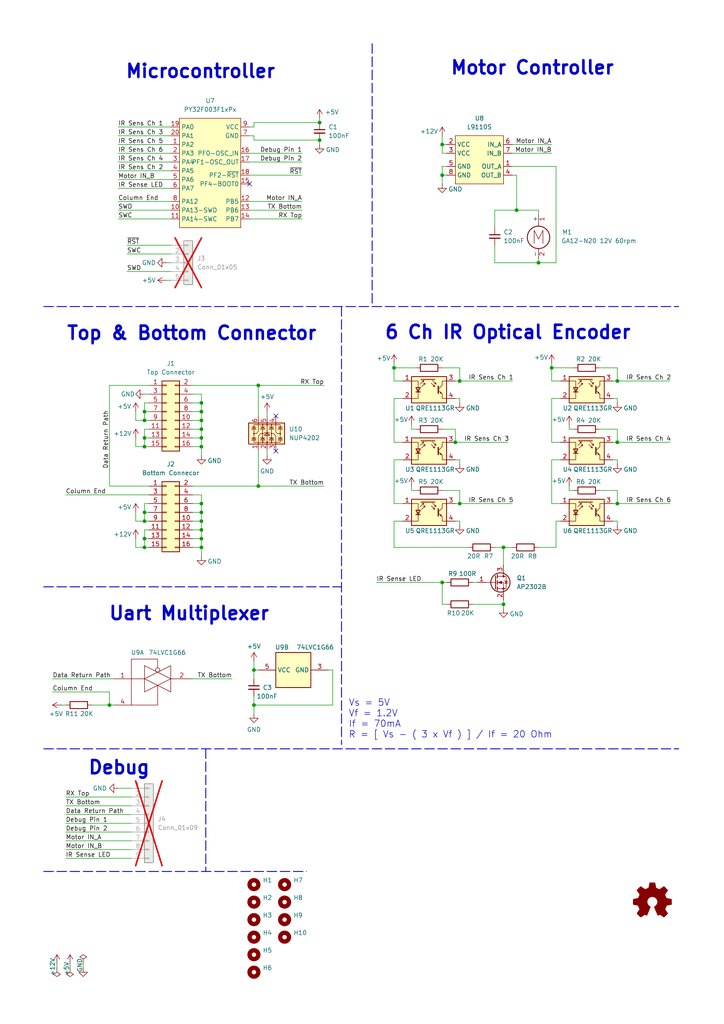
<source format=kicad_sch>
(kicad_sch (version 20231120) (generator "eeschema") (generator_version "8.0")
  (paper "A4" portrait)
  (title_block (title "Side Panel") (date "${DATE}") (rev "4.3.0") (company "OpenFlap") (comment 1 "${GIT_TAG}") (comment 2 "Repo: github.com/ToonVanEyck/OpenFlap") (comment 3 "Designer: Toon Van Eyck"))
  (lib_symbols
    (symbol "74xGxx:74LVC1G66"
      (property "Reference" "U" (at 2.54 7.62 0))
      (property "Value" "74LVC1G66" (at 7.62 -7.62 0))
      (symbol "74LVC1G66_1_1"
        (pin bidirectional line (at -12.7 0 0) (length 5.08) (name "~") (number "1"))
        (pin bidirectional line (at 10.16 0 180) (length 6.35) (name "~") (number "2"))
        (pin input line (at -12.7 -7.62 0) (length 5.08) (name "~") (number "4"))
      )
      (symbol "74LVC1G66_2_1"
        (pin power_in line (at 0 -10.16 90) (length 5.08) (name "GND") (number "3"))
        (pin power_in line (at 0 10.16 270) (length 5.08) (name "VCC") (number "5"))
      )
    )
    (symbol "Connector_Generic:Conn_01x05" (pin_names (offset 1.016) hide)
      (property "Reference" "J" (at 0 7.62 0))
      (property "Value" "Conn_01x05" (at 0 -7.62 0))
      (symbol "Conn_01x05_1_1"
        (pin passive line (at -5.08 5.08 0) (length 3.81) (name "Pin_1") (number "1"))
        (pin passive line (at -5.08 2.54 0) (length 3.81) (name "Pin_2") (number "2"))
        (pin passive line (at -5.08 0 0) (length 3.81) (name "Pin_3") (number "3"))
        (pin passive line (at -5.08 -2.54 0) (length 3.81) (name "Pin_4") (number "4"))
        (pin passive line (at -5.08 -5.08 0) (length 3.81) (name "Pin_5") (number "5"))
      )
    )
    (symbol "Connector_Generic:Conn_01x09" (pin_names (offset 1.016) hide)
      (property "Reference" "J" (at 0 12.7 0))
      (property "Value" "Conn_01x09" (at 0 -12.7 0))
      (symbol "Conn_01x09_1_1"
        (pin passive line (at -5.08 10.16 0) (length 3.81) (name "Pin_1") (number "1"))
        (pin passive line (at -5.08 7.62 0) (length 3.81) (name "Pin_2") (number "2"))
        (pin passive line (at -5.08 5.08 0) (length 3.81) (name "Pin_3") (number "3"))
        (pin passive line (at -5.08 2.54 0) (length 3.81) (name "Pin_4") (number "4"))
        (pin passive line (at -5.08 0 0) (length 3.81) (name "Pin_5") (number "5"))
        (pin passive line (at -5.08 -2.54 0) (length 3.81) (name "Pin_6") (number "6"))
        (pin passive line (at -5.08 -5.08 0) (length 3.81) (name "Pin_7") (number "7"))
        (pin passive line (at -5.08 -7.62 0) (length 3.81) (name "Pin_8") (number "8"))
        (pin passive line (at -5.08 -10.16 0) (length 3.81) (name "Pin_9") (number "9"))
      )
    )
    (symbol "Connector_Generic:Conn_02x08_Odd_Even" (pin_names (offset 1.016) hide)
      (property "Reference" "J" (at 1.27 10.16 0))
      (property "Value" "Conn_02x08_Odd_Even" (at 1.27 -12.7 0))
      (symbol "Conn_02x08_Odd_Even_1_1"
        (pin passive line (at -5.08 7.62 0) (length 3.81) (name "Pin_1") (number "1"))
        (pin passive line (at 7.62 -2.54 180) (length 3.81) (name "Pin_10") (number "10"))
        (pin passive line (at -5.08 -5.08 0) (length 3.81) (name "Pin_11") (number "11"))
        (pin passive line (at 7.62 -5.08 180) (length 3.81) (name "Pin_12") (number "12"))
        (pin passive line (at -5.08 -7.62 0) (length 3.81) (name "Pin_13") (number "13"))
        (pin passive line (at 7.62 -7.62 180) (length 3.81) (name "Pin_14") (number "14"))
        (pin passive line (at -5.08 -10.16 0) (length 3.81) (name "Pin_15") (number "15"))
        (pin passive line (at 7.62 -10.16 180) (length 3.81) (name "Pin_16") (number "16"))
        (pin passive line (at 7.62 7.62 180) (length 3.81) (name "Pin_2") (number "2"))
        (pin passive line (at -5.08 5.08 0) (length 3.81) (name "Pin_3") (number "3"))
        (pin passive line (at 7.62 5.08 180) (length 3.81) (name "Pin_4") (number "4"))
        (pin passive line (at -5.08 2.54 0) (length 3.81) (name "Pin_5") (number "5"))
        (pin passive line (at 7.62 2.54 180) (length 3.81) (name "Pin_6") (number "6"))
        (pin passive line (at -5.08 0 0) (length 3.81) (name "Pin_7") (number "7"))
        (pin passive line (at 7.62 0 180) (length 3.81) (name "Pin_8") (number "8"))
        (pin passive line (at -5.08 -2.54 0) (length 3.81) (name "Pin_9") (number "9"))
      )
    )
    (symbol "Device:C_Small" (pin_numbers hide) (pin_names (offset 0.254) hide)
      (property "Reference" "C" (at 0.254 1.778 0))
      (property "Value" "C_Small" (at 0.254 -2.032 0))
      (symbol "C_Small_1_1"
        (pin passive line (at 0 2.54 270) (length 2.032) (name "~") (number "1"))
        (pin passive line (at 0 -2.54 90) (length 2.032) (name "~") (number "2"))
      )
    )
    (symbol "Device:Q_NMOS_GSD" (pin_names (offset 0) hide)
      (property "Reference" "Q1" (at 6.35 1.27 0))
      (property "Value" "AP2302B" (at 6.35 -1.27 0))
      (symbol "Q_NMOS_GSD_1_1"
        (pin input line (at -5.08 0 0) (length 2.54) (name "G") (number "1"))
        (pin passive line (at 2.54 -5.08 90) (length 2.54) (name "S") (number "2"))
        (pin passive line (at 2.54 5.08 270) (length 2.54) (name "D") (number "3"))
      )
    )
    (symbol "Device:R" (pin_numbers hide) (pin_names (offset 0))
      (property "Reference" "R" (at 2.032 0 90))
      (property "Value" "R" (at 0 0 90))
      (symbol "R_1_1"
        (pin passive line (at 0 3.81 270) (length 1.27) (name "~") (number "1"))
        (pin passive line (at 0 -3.81 90) (length 1.27) (name "~") (number "2"))
      )
    )
    (symbol "Graphic:Logo_Open_Hardware_Small" (in_bom no) (on_board no))
    (symbol "L9110S:L9110S"
      (property "Reference" "U" (at -5.588 8.89 0))
      (property "Value" "L9110S" (at 4.572 8.89 0))
      (symbol "L9110S_1_1"
        (pin output line (at 10.16 -1.27 180) (length 2.54) (name "OUT_A") (number "1"))
        (pin power_in line (at -8.89 5.08 0) (length 2.54) (name "VCC") (number "2"))
        (pin power_in line (at -8.89 2.54 0) (length 2.54) (name "VCC") (number "3"))
        (pin output line (at 10.16 -3.81 180) (length 2.54) (name "OUT_B") (number "4"))
        (pin power_in line (at -8.89 -1.27 0) (length 2.54) (name "GND") (number "5"))
        (pin input line (at 10.16 5.08 180) (length 2.54) (name "IN_A") (number "6"))
        (pin input line (at 10.16 2.54 180) (length 2.54) (name "IN_B") (number "7"))
        (pin power_in line (at -8.89 -3.81 0) (length 2.54) (name "GND") (number "8"))
      )
    )
    (symbol "Mechanical:MountingHole" (pin_names (offset 1.016)) (exclude_from_sim yes) (in_bom no)
      (property "Reference" "H" (at 0 5.08 0))
      (property "Value" "MountingHole" (at 0 3.175 0))
    )
    (symbol "Motor:Motor_DC" (pin_names (offset 0))
      (property "Reference" "M" (at 2.54 2.54 0))
      (property "Value" "Motor_DC" (at 2.54 -5.08 0))
      (symbol "Motor_DC_1_1"
        (pin passive line (at 0 5.08 270) (length 2.54) (name "+") (number "1"))
        (pin passive line (at 0 -7.62 90) (length 2.54) (name "-") (number "2"))
      )
    )
    (symbol "Power_Protection:NUP4202"
      (property "Reference" "U" (at -6.985 -2.54 0))
      (property "Value" "NUP4202" (at 6.35 1.27 90))
      (symbol "NUP4202_1_1"
        (pin passive line (at -2.54 -5.08 90) (length 2.54) (name "~") (number "1"))
        (pin passive line (at 0 -5.08 90) (length 2.54) (name "~") (number "2"))
        (pin passive line (at 2.54 -5.08 90) (length 2.54) (name "~") (number "3"))
        (pin passive line (at 2.54 5.08 270) (length 2.54) (name "~") (number "4"))
        (pin passive line (at 0 5.08 270) (length 2.54) (name "~") (number "5"))
        (pin passive line (at -2.54 5.08 270) (length 2.54) (name "~") (number "6"))
      )
    )
    (symbol "QRE1113GR_1" (pin_names (offset 0.0254) hide)
      (property "Reference" "U6" (at -5.588 -5.334 0))
      (property "Value" "QRE1113GR" (at 1.778 -5.334 0))
      (symbol "QRE1113GR_1_1_1"
        (pin passive line (at -7.62 2.54 0) (length 2.54) (name "A") (number "1"))
        (pin passive line (at -7.62 -2.54 0) (length 2.54) (name "K") (number "2"))
        (pin open_collector line (at 7.62 2.54 180) (length 2.54) (name "~") (number "3"))
        (pin passive line (at 7.62 -2.54 180) (length 2.54) (name "~") (number "4"))
      )
    )
    (symbol "Sensor_Proximity:QRE1113GR" (pin_names (offset 0.0254) hide)
      (property "Reference" "U1" (at -5.588 -5.334 0))
      (property "Value" "QRE1113GR" (at 1.778 -5.334 0))
      (symbol "QRE1113GR_1_1"
        (pin passive line (at -7.62 2.54 0) (length 2.54) (name "A") (number "1"))
        (pin passive line (at -7.62 -2.54 0) (length 2.54) (name "K") (number "2"))
        (pin open_collector line (at 7.62 2.54 180) (length 2.54) (name "~") (number "3"))
        (pin passive line (at 7.62 -2.54 180) (length 2.54) (name "~") (number "4"))
      )
    )
    (symbol "power:+12V" (power) (pin_numbers hide) (pin_names (offset 0) hide)
      (property "Value" "+12V" (at 0 3.556 0))
      (symbol "+12V_1_1"
        (pin power_in line (at 0 0 90) (length 0) (name "~") (number "1"))
      )
    )
    (symbol "power:+5V" (power) (pin_numbers hide) (pin_names (offset 0) hide)
      (property "Value" "+5V" (at 0 3.556 0))
      (symbol "+5V_1_1"
        (pin power_in line (at 0 0 90) (length 0) (name "~") (number "1"))
      )
    )
    (symbol "power:GND" (power) (pin_numbers hide) (pin_names (offset 0) hide)
      (property "Value" "GND" (at 0 -3.81 0))
      (symbol "GND_1_1"
        (pin power_in line (at 0 0 270) (length 0) (name "~") (number "1"))
      )
    )
    (symbol "power:PWR_FLAG" (power) (pin_numbers hide) (pin_names (offset 0) hide)
      (property "Value" "PWR_FLAG" (at 0 3.81 0))
      (symbol "PWR_FLAG_0_0"
        (pin power_out line (at 0 0 90) (length 0) (name "~") (number "1"))
      )
    )
    (symbol "puya:PY32F003F1xPx"
      (property "Reference" "U" (at -7.62 16.256 0))
      (property "Value" "PY32F003F1xPx" (at 7.366 16.256 0))
      (symbol "PY32F003F1xPx_1_1"
        (pin bidirectional line (at -11.43 7.62 0) (length 2.54) (name "PA2") (number "1"))
        (pin bidirectional line (at -11.43 -11.43 0) (length 2.54) (name "PA13-SWD") (number "10"))
        (pin bidirectional line (at -11.43 -13.97 0) (length 2.54) (name "PA14-SWC") (number "11"))
        (pin bidirectional line (at 11.43 -8.89 180) (length 2.54) (name "PB5") (number "12"))
        (pin bidirectional line (at 11.43 -11.43 180) (length 2.54) (name "PB6") (number "13"))
        (pin bidirectional line (at 11.43 -13.97 180) (length 2.54) (name "PB7") (number "14"))
        (pin bidirectional line (at 11.43 -3.81 180) (length 2.54) (name "PF4-BOOT0") (number "15"))
        (pin bidirectional line (at 11.43 5.08 180) (length 2.54) (name "PF0-OSC_IN") (number "16"))
        (pin bidirectional line (at 11.43 2.54 180) (length 2.54) (name "PF1-OSC_OUT") (number "17"))
        (pin bidirectional line (at 11.43 -1.27 180) (length 2.54) (name "PF2-~{RST}") (number "18"))
        (pin bidirectional line (at -11.43 12.7 0) (length 2.54) (name "PA0") (number "19"))
        (pin bidirectional line (at -11.43 5.08 0) (length 2.54) (name "PA3") (number "2"))
        (pin bidirectional line (at -11.43 10.16 0) (length 2.54) (name "PA1") (number "20"))
        (pin bidirectional line (at -11.43 2.54 0) (length 2.54) (name "PA4") (number "3"))
        (pin bidirectional line (at -11.43 0 0) (length 2.54) (name "PA5") (number "4"))
        (pin bidirectional line (at -11.43 -2.54 0) (length 2.54) (name "PA6") (number "5"))
        (pin bidirectional line (at -11.43 -5.08 0) (length 2.54) (name "PA7") (number "6"))
        (pin power_in line (at 11.43 10.16 180) (length 2.54) (name "GND") (number "7"))
        (pin bidirectional line (at -11.43 -8.89 0) (length 2.54) (name "PA12") (number "8"))
        (pin power_in line (at 11.43 12.7 180) (length 2.54) (name "VCC") (number "9"))
      )
    )
  )
  (junction (at 58.42 146.05))
  (junction (at 58.42 119.38))
  (junction (at 41.91 156.21))
  (junction (at 160.02 106.68))
  (junction (at 146.05 158.75))
  (junction (at 41.91 119.38))
  (junction (at 41.91 158.75))
  (junction (at 58.42 156.21))
  (junction (at 132.08 128.27))
  (junction (at 58.42 153.67))
  (junction (at 92.71 40.64))
  (junction (at 73.66 204.47))
  (junction (at 41.91 151.13))
  (junction (at 58.42 127))
  (junction (at 41.91 127))
  (junction (at 128.27 41.91))
  (junction (at 58.42 158.75))
  (junction (at 58.42 129.54))
  (junction (at 179.07 146.05))
  (junction (at 146.05 175.26))
  (junction (at 128.27 50.8))
  (junction (at 133.35 146.05))
  (junction (at 74.93 140.97))
  (junction (at 41.91 129.54))
  (junction (at 58.42 151.13))
  (junction (at 179.07 128.27))
  (junction (at 58.42 124.46))
  (junction (at 114.3 106.68))
  (junction (at 58.42 121.92))
  (junction (at 156.21 76.2))
  (junction (at 31.75 204.47))
  (junction (at 74.93 111.76))
  (junction (at 41.91 148.59))
  (junction (at 73.66 194.31))
  (junction (at 179.07 110.49))
  (junction (at 58.42 116.84))
  (junction (at 92.71 35.56))
  (junction (at 58.42 148.59))
  (junction (at 128.27 168.91))
  (junction (at 133.35 110.49))
  (junction (at 149.86 60.96))
  (junction (at 41.91 121.92))
  (no_connect (at 80.01 120.65))
  (no_connect (at 80.01 130.81))
  (no_connect (at 72.39 53.34))
  (wire (pts (xy 41.91 153.67) (xy 41.91 156.21)))
  (wire (pts (xy 162.56 128.27) (xy 160.02 128.27)))
  (wire (pts (xy 156.21 62.23) (xy 156.21 60.96)))
  (wire (pts (xy 17.78 204.47) (xy 19.05 204.47)))
  (wire (pts (xy 73.66 39.37) (xy 73.66 40.64)))
  (wire (pts (xy 74.93 140.97) (xy 93.98 140.97)))
  (wire (pts (xy 58.42 116.84) (xy 58.42 119.38)))
  (wire (pts (xy 31.75 200.66) (xy 31.75 204.47)))
  (wire (pts (xy 34.29 49.53) (xy 49.53 49.53)))
  (wire (pts (xy 114.3 115.57) (xy 114.3 128.27)))
  (wire (pts (xy 128.27 48.26) (xy 128.27 50.8)))
  (wire (pts (xy 132.08 146.05) (xy 133.35 146.05)))
  (wire (pts (xy 41.91 148.59) (xy 43.18 148.59)))
  (wire (pts (xy 133.35 151.13) (xy 133.35 152.4)))
  (wire (pts (xy 58.42 158.75) (xy 58.42 161.29)))
  (wire (pts (xy 58.42 119.38) (xy 58.42 121.92)))
  (polyline (pts (xy 12.7 88.9) (xy 196.85 88.9)) (stroke (width 0.254) (type dash)))
  (wire (pts (xy 73.66 194.31) (xy 74.93 194.31)))
  (wire (pts (xy 173.99 124.46) (xy 179.07 124.46)))
  (wire (pts (xy 92.71 40.64) (xy 92.71 41.91)))
  (wire (pts (xy 58.42 151.13) (xy 58.42 153.67)))
  (wire (pts (xy 161.29 151.13) (xy 162.56 151.13)))
  (wire (pts (xy 72.39 50.8) (xy 87.63 50.8)))
  (wire (pts (xy 39.37 129.54) (xy 41.91 129.54)))
  (wire (pts (xy 19.05 241.3) (xy 38.1 241.3)))
  (wire (pts (xy 73.66 191.77) (xy 73.66 194.31)))
  (wire (pts (xy 36.83 73.66) (xy 49.53 73.66)))
  (wire (pts (xy 114.3 133.35) (xy 116.84 133.35)))
  (polyline (pts (xy 12.7 217.17) (xy 196.85 217.17)) (stroke (width 0.254) (type dash)))
  (wire (pts (xy 128.27 41.91) (xy 128.27 44.45)))
  (wire (pts (xy 95.25 194.31) (xy 96.52 194.31)))
  (wire (pts (xy 55.88 156.21) (xy 58.42 156.21)))
  (wire (pts (xy 48.26 76.2) (xy 49.53 76.2)))
  (wire (pts (xy 146.05 163.83) (xy 146.05 158.75)))
  (wire (pts (xy 160.02 133.35) (xy 162.56 133.35)))
  (wire (pts (xy 72.39 63.5) (xy 87.63 63.5)))
  (wire (pts (xy 39.37 158.75) (xy 41.91 158.75)))
  (wire (pts (xy 132.08 124.46) (xy 132.08 128.27)))
  (wire (pts (xy 58.42 129.54) (xy 55.88 129.54)))
  (wire (pts (xy 161.29 76.2) (xy 156.21 76.2)))
  (wire (pts (xy 128.27 175.26) (xy 128.27 168.91)))
  (wire (pts (xy 34.29 58.42) (xy 49.53 58.42)))
  (wire (pts (xy 34.29 52.07) (xy 49.53 52.07)))
  (wire (pts (xy 160.02 105.41) (xy 160.02 106.68)))
  (wire (pts (xy 109.22 168.91) (xy 128.27 168.91)))
  (wire (pts (xy 19.05 236.22) (xy 38.1 236.22)))
  (wire (pts (xy 128.27 50.8) (xy 129.54 50.8)))
  (polyline (pts (xy 12.7 252.73) (xy 88.9 252.73)) (stroke (width 0.254) (type dash)))
  (wire (pts (xy 19.05 143.51) (xy 43.18 143.51)))
  (wire (pts (xy 43.18 151.13) (xy 41.91 151.13)))
  (wire (pts (xy 31.75 111.76) (xy 31.75 140.97)))
  (wire (pts (xy 177.8 133.35) (xy 179.07 133.35)))
  (wire (pts (xy 173.99 106.68) (xy 179.07 106.68)))
  (wire (pts (xy 161.29 48.26) (xy 161.29 76.2)))
  (wire (pts (xy 162.56 146.05) (xy 160.02 146.05)))
  (wire (pts (xy 74.93 130.81) (xy 74.93 140.97)))
  (wire (pts (xy 160.02 115.57) (xy 160.02 128.27)))
  (wire (pts (xy 77.47 119.38) (xy 77.47 120.65)))
  (wire (pts (xy 116.84 128.27) (xy 114.3 128.27)))
  (wire (pts (xy 179.07 115.57) (xy 179.07 116.84)))
  (wire (pts (xy 143.51 60.96) (xy 149.86 60.96)))
  (wire (pts (xy 36.83 78.74) (xy 49.53 78.74)))
  (polyline (pts (xy 107.95 12.7) (xy 107.95 88.9)) (stroke (width 0.254) (type dash)))
  (wire (pts (xy 41.91 114.3) (xy 43.18 114.3)))
  (wire (pts (xy 41.91 127) (xy 43.18 127)))
  (wire (pts (xy 177.8 128.27) (xy 179.07 128.27)))
  (wire (pts (xy 129.54 175.26) (xy 128.27 175.26)))
  (wire (pts (xy 41.91 116.84) (xy 41.91 119.38)))
  (wire (pts (xy 55.88 146.05) (xy 58.42 146.05)))
  (wire (pts (xy 92.71 34.29) (xy 92.71 35.56)))
  (wire (pts (xy 55.88 121.92) (xy 58.42 121.92)))
  (wire (pts (xy 41.91 148.59) (xy 41.91 151.13)))
  (wire (pts (xy 72.39 44.45) (xy 87.63 44.45)))
  (wire (pts (xy 146.05 158.75) (xy 148.59 158.75)))
  (wire (pts (xy 34.29 228.6) (xy 38.1 228.6)))
  (wire (pts (xy 73.66 204.47) (xy 73.66 207.01)))
  (wire (pts (xy 58.42 158.75) (xy 55.88 158.75)))
  (wire (pts (xy 20.32 279.4) (xy 20.32 280.67)))
  (wire (pts (xy 36.83 71.12) (xy 49.53 71.12)))
  (wire (pts (xy 179.07 146.05) (xy 194.31 146.05)))
  (wire (pts (xy 132.08 128.27) (xy 147.32 128.27)))
  (wire (pts (xy 58.42 121.92) (xy 58.42 124.46)))
  (wire (pts (xy 179.07 142.24) (xy 179.07 146.05)))
  (wire (pts (xy 58.42 146.05) (xy 58.42 148.59)))
  (wire (pts (xy 34.29 54.61) (xy 49.53 54.61)))
  (wire (pts (xy 133.35 110.49) (xy 148.59 110.49)))
  (wire (pts (xy 58.42 153.67) (xy 58.42 156.21)))
  (wire (pts (xy 156.21 76.2) (xy 156.21 74.93)))
  (wire (pts (xy 58.42 148.59) (xy 58.42 151.13)))
  (wire (pts (xy 31.75 204.47) (xy 33.02 204.47)))
  (wire (pts (xy 179.07 151.13) (xy 179.07 152.4)))
  (wire (pts (xy 55.88 127) (xy 58.42 127)))
  (wire (pts (xy 161.29 158.75) (xy 156.21 158.75)))
  (wire (pts (xy 73.66 204.47) (xy 96.52 204.47)))
  (wire (pts (xy 128.27 168.91) (xy 129.54 168.91)))
  (wire (pts (xy 128.27 106.68) (xy 133.35 106.68)))
  (wire (pts (xy 48.26 81.28) (xy 49.53 81.28)))
  (wire (pts (xy 129.54 44.45) (xy 128.27 44.45)))
  (wire (pts (xy 114.3 105.41) (xy 114.3 106.68)))
  (wire (pts (xy 132.08 151.13) (xy 133.35 151.13)))
  (wire (pts (xy 160.02 133.35) (xy 160.02 146.05)))
  (wire (pts (xy 73.66 201.93) (xy 73.66 204.47)))
  (wire (pts (xy 55.88 111.76) (xy 74.93 111.76)))
  (wire (pts (xy 31.75 111.76) (xy 43.18 111.76)))
  (wire (pts (xy 58.42 127) (xy 58.42 129.54)))
  (wire (pts (xy 156.21 60.96) (xy 149.86 60.96)))
  (wire (pts (xy 135.89 158.75) (xy 114.3 158.75)))
  (wire (pts (xy 73.66 40.64) (xy 92.71 40.64)))
  (wire (pts (xy 179.07 133.35) (xy 179.07 134.62)))
  (wire (pts (xy 165.1 124.46) (xy 165.1 123.19)))
  (wire (pts (xy 55.88 196.85) (xy 67.31 196.85)))
  (wire (pts (xy 55.88 114.3) (xy 58.42 114.3)))
  (wire (pts (xy 160.02 106.68) (xy 160.02 110.49)))
  (wire (pts (xy 24.13 279.4) (xy 24.13 280.67)))
  (wire (pts (xy 55.88 140.97) (xy 74.93 140.97)))
  (wire (pts (xy 162.56 110.49) (xy 160.02 110.49)))
  (wire (pts (xy 58.42 129.54) (xy 58.42 132.08)))
  (wire (pts (xy 43.18 158.75) (xy 41.91 158.75)))
  (wire (pts (xy 55.88 148.59) (xy 58.42 148.59)))
  (wire (pts (xy 166.37 142.24) (xy 165.1 142.24)))
  (wire (pts (xy 148.59 48.26) (xy 161.29 48.26)))
  (polyline (pts (xy 99.06 88.9) (xy 99.06 215.9)) (stroke (width 0.254) (type dash)))
  (wire (pts (xy 19.05 231.14) (xy 38.1 231.14)))
  (wire (pts (xy 43.18 140.97) (xy 31.75 140.97)))
  (wire (pts (xy 173.99 142.24) (xy 179.07 142.24)))
  (wire (pts (xy 148.59 44.45) (xy 160.02 44.45)))
  (wire (pts (xy 114.3 151.13) (xy 116.84 151.13)))
  (wire (pts (xy 120.65 106.68) (xy 114.3 106.68)))
  (wire (pts (xy 19.05 243.84) (xy 38.1 243.84)))
  (wire (pts (xy 73.66 36.83) (xy 72.39 36.83)))
  (wire (pts (xy 41.91 121.92) (xy 39.37 121.92)))
  (wire (pts (xy 177.8 110.49) (xy 179.07 110.49)))
  (wire (pts (xy 114.3 133.35) (xy 114.3 146.05)))
  (wire (pts (xy 26.67 204.47) (xy 31.75 204.47)))
  (wire (pts (xy 39.37 151.13) (xy 39.37 148.59)))
  (wire (pts (xy 149.86 60.96) (xy 149.86 50.8)))
  (wire (pts (xy 160.02 115.57) (xy 162.56 115.57)))
  (wire (pts (xy 41.91 158.75) (xy 41.91 156.21)))
  (wire (pts (xy 146.05 175.26) (xy 146.05 176.53)))
  (wire (pts (xy 146.05 158.75) (xy 143.51 158.75)))
  (polyline (pts (xy 59.69 217.17) (xy 59.69 252.73)) (stroke (width 0.254) (type dash)))
  (wire (pts (xy 34.29 63.5) (xy 49.53 63.5)))
  (wire (pts (xy 58.42 143.51) (xy 58.42 146.05)))
  (wire (pts (xy 133.35 115.57) (xy 133.35 116.84)))
  (wire (pts (xy 15.24 196.85) (xy 33.02 196.85)))
  (wire (pts (xy 116.84 146.05) (xy 114.3 146.05)))
  (wire (pts (xy 43.18 116.84) (xy 41.91 116.84)))
  (wire (pts (xy 177.8 151.13) (xy 179.07 151.13)))
  (wire (pts (xy 43.18 121.92) (xy 41.91 121.92)))
  (wire (pts (xy 179.07 106.68) (xy 179.07 110.49)))
  (wire (pts (xy 133.35 133.35) (xy 132.08 133.35)))
  (wire (pts (xy 34.29 44.45) (xy 49.53 44.45)))
  (wire (pts (xy 41.91 156.21) (xy 43.18 156.21)))
  (wire (pts (xy 74.93 111.76) (xy 93.98 111.76)))
  (wire (pts (xy 43.18 146.05) (xy 41.91 146.05)))
  (wire (pts (xy 128.27 39.37) (xy 128.27 41.91)))
  (wire (pts (xy 34.29 39.37) (xy 49.53 39.37)))
  (wire (pts (xy 128.27 41.91) (xy 129.54 41.91)))
  (wire (pts (xy 120.65 124.46) (xy 119.38 124.46)))
  (wire (pts (xy 148.59 41.91) (xy 160.02 41.91)))
  (wire (pts (xy 165.1 140.97) (xy 165.1 142.24)))
  (wire (pts (xy 34.29 60.96) (xy 49.53 60.96)))
  (wire (pts (xy 41.91 146.05) (xy 41.91 148.59)))
  (wire (pts (xy 41.91 124.46) (xy 41.91 127)))
  (wire (pts (xy 179.07 124.46) (xy 179.07 128.27)))
  (wire (pts (xy 72.39 46.99) (xy 87.63 46.99)))
  (wire (pts (xy 128.27 50.8) (xy 128.27 53.34)))
  (wire (pts (xy 129.54 48.26) (xy 128.27 48.26)))
  (wire (pts (xy 177.8 146.05) (xy 179.07 146.05)))
  (wire (pts (xy 116.84 110.49) (xy 114.3 110.49)))
  (wire (pts (xy 143.51 71.12) (xy 143.51 76.2)))
  (wire (pts (xy 19.05 248.92) (xy 38.1 248.92)))
  (wire (pts (xy 39.37 156.21) (xy 39.37 158.75)))
  (wire (pts (xy 114.3 115.57) (xy 116.84 115.57)))
  (wire (pts (xy 72.39 60.96) (xy 87.63 60.96)))
  (wire (pts (xy 119.38 140.97) (xy 119.38 142.24)))
  (wire (pts (xy 149.86 50.8) (xy 148.59 50.8)))
  (wire (pts (xy 55.88 151.13) (xy 58.42 151.13)))
  (wire (pts (xy 119.38 142.24) (xy 120.65 142.24)))
  (wire (pts (xy 39.37 121.92) (xy 39.37 119.38)))
  (wire (pts (xy 41.91 119.38) (xy 41.91 121.92)))
  (wire (pts (xy 114.3 158.75) (xy 114.3 151.13)))
  (wire (pts (xy 128.27 142.24) (xy 133.35 142.24)))
  (wire (pts (xy 43.18 153.67) (xy 41.91 153.67)))
  (wire (pts (xy 92.71 35.56) (xy 73.66 35.56)))
  (wire (pts (xy 132.08 110.49) (xy 133.35 110.49)))
  (wire (pts (xy 179.07 128.27) (xy 194.31 128.27)))
  (wire (pts (xy 72.39 58.42) (xy 87.63 58.42)))
  (wire (pts (xy 133.35 146.05) (xy 148.59 146.05)))
  (wire (pts (xy 19.05 246.38) (xy 38.1 246.38)))
  (wire (pts (xy 77.47 130.81) (xy 77.47 132.08)))
  (wire (pts (xy 74.93 111.76) (xy 74.93 120.65)))
  (wire (pts (xy 143.51 76.2) (xy 156.21 76.2)))
  (wire (pts (xy 137.16 168.91) (xy 138.43 168.91)))
  (wire (pts (xy 41.91 151.13) (xy 39.37 151.13)))
  (wire (pts (xy 55.88 143.51) (xy 58.42 143.51)))
  (wire (pts (xy 34.29 46.99) (xy 49.53 46.99)))
  (wire (pts (xy 55.88 116.84) (xy 58.42 116.84)))
  (wire (pts (xy 137.16 175.26) (xy 146.05 175.26)))
  (wire (pts (xy 133.35 142.24) (xy 133.35 146.05)))
  (wire (pts (xy 143.51 66.04) (xy 143.51 60.96)))
  (wire (pts (xy 58.42 124.46) (xy 58.42 127)))
  (wire (pts (xy 39.37 127) (xy 39.37 129.54)))
  (wire (pts (xy 55.88 119.38) (xy 58.42 119.38)))
  (wire (pts (xy 133.35 106.68) (xy 133.35 110.49)))
  (wire (pts (xy 41.91 129.54) (xy 41.91 127)))
  (wire (pts (xy 16.51 279.4) (xy 16.51 280.67)))
  (wire (pts (xy 119.38 123.19) (xy 119.38 124.46)))
  (wire (pts (xy 146.05 173.99) (xy 146.05 175.26)))
  (wire (pts (xy 43.18 124.46) (xy 41.91 124.46)))
  (wire (pts (xy 114.3 106.68) (xy 114.3 110.49)))
  (wire (pts (xy 132.08 115.57) (xy 133.35 115.57)))
  (wire (pts (xy 43.18 129.54) (xy 41.91 129.54)))
  (wire (pts (xy 55.88 124.46) (xy 58.42 124.46)))
  (wire (pts (xy 34.29 36.83) (xy 49.53 36.83)))
  (wire (pts (xy 19.05 233.68) (xy 38.1 233.68)))
  (wire (pts (xy 133.35 133.35) (xy 133.35 134.62)))
  (wire (pts (xy 73.66 194.31) (xy 73.66 196.85)))
  (wire (pts (xy 96.52 194.31) (xy 96.52 204.47)))
  (wire (pts (xy 19.05 238.76) (xy 38.1 238.76)))
  (wire (pts (xy 72.39 39.37) (xy 73.66 39.37)))
  (polyline (pts (xy 12.7 170.18) (xy 99.06 170.18)) (stroke (width 0.254) (type dash)))
  (wire (pts (xy 161.29 151.13) (xy 161.29 158.75)))
  (wire (pts (xy 41.91 119.38) (xy 43.18 119.38)))
  (wire (pts (xy 166.37 106.68) (xy 160.02 106.68)))
  (wire (pts (xy 15.24 200.66) (xy 31.75 200.66)))
  (wire (pts (xy 34.29 41.91) (xy 49.53 41.91)))
  (wire (pts (xy 73.66 35.56) (xy 73.66 36.83)))
  (wire (pts (xy 58.42 156.21) (xy 58.42 158.75)))
  (wire (pts (xy 177.8 115.57) (xy 179.07 115.57)))
  (wire (pts (xy 128.27 124.46) (xy 132.08 124.46)))
  (wire (pts (xy 58.42 114.3) (xy 58.42 116.84)))
  (wire (pts (xy 55.88 153.67) (xy 58.42 153.67)))
  (wire (pts (xy 166.37 124.46) (xy 165.1 124.46)))
  (wire (pts (xy 179.07 110.49) (xy 194.31 110.49)))
  (text "Top & Bottom Connector" (at 55.626 96.774 0) (effects (font (size 3.81 3.81) (bold yes))))
  (text "6 Ch IR Optical Encoder" (at 147.32 96.52 0) (effects (font (size 3.81 3.81) (bold yes))))
  (text "Uart Multiplexer" (at 54.864 178.054 0) (effects (font (size 3.81 3.81) (bold yes))))
  (text "Vs = 5V\nVf = 1.2V\nIf = 70mA\nR = [ Vs - ( 3 x Vf ) ] / If = 20 Ohm" (at 101.092 208.534 0) (effects (font (size 1.905 1.905) (thickness 0.1588)) (justify left)))
  (text "Motor Controller" (at 154.432 19.812 0) (effects (font (size 3.81 3.81) (bold yes))))
  (text "Microcontroller" (at 58.166 20.828 0) (effects (font (size 3.81 3.81) (bold yes))))
  (text "Debug" (at 34.544 222.758 0) (effects (font (size 3.81 3.81) (bold yes))))
  (label "IR Sense LED" (at 109.22 168.91 0))
  (label "TX Bottom" (at 87.63 60.96 180))
  (label "SWC" (at 34.29 63.5 0))
  (label "IR Sens Ch 4" (at 181.61 128.27 0))
  (label "Column End" (at 19.05 143.51 0))
  (label "IR Sense LED" (at 19.05 248.92 0))
  (label "~{RST}" (at 87.63 50.8 180))
  (label "TX Bottom" (at 19.05 233.68 0))
  (label "~{RST}" (at 36.83 71.12 0))
  (label "Column End" (at 15.24 200.66 0))
  (label "Debug Pin 1" (at 19.05 238.76 0))
  (label "IR Sens Ch 6" (at 181.61 146.05 0))
  (label "Motor IN_B" (at 34.29 52.07 0))
  (label "IR Sens Ch 6" (at 34.29 44.45 0))
  (label "SWD" (at 36.83 78.74 0))
  (label "Debug Pin 2" (at 19.05 241.3 0))
  (label "Data Return Path" (at 19.05 236.22 0))
  (label "RX Top" (at 93.98 111.76 180))
  (label "SWC" (at 36.83 73.66 0))
  (label "IR Sens Ch 2" (at 181.61 110.49 0))
  (label "Debug Pin 1" (at 87.63 44.45 180))
  (label "SWD" (at 34.29 60.96 0))
  (label "IR Sens Ch 5" (at 135.89 146.05 0))
  (label "Motor IN_A" (at 87.63 58.42 180))
  (label "Motor IN_A" (at 160.02 41.91 180))
  (label "Debug Pin 2" (at 87.63 46.99 180))
  (label "TX Bottom" (at 67.31 196.85 180))
  (label "IR Sens Ch 3" (at 34.29 39.37 0))
  (label "IR Sens Ch 4" (at 34.29 46.99 0))
  (label "TX Bottom" (at 93.98 140.97 180))
  (label "IR Sens Ch 1" (at 34.29 36.83 0))
  (label "Data Return Path" (at 31.75 135.89 90))
  (label "IR Sense LED" (at 34.29 54.61 0))
  (label "Motor IN_B" (at 160.02 44.45 180))
  (label "IR Sens Ch 3" (at 134.62 128.27 0))
  (label "Motor IN_B" (at 19.05 246.38 0))
  (label "IR Sens Ch 2" (at 34.29 49.53 0))
  (label "Column End" (at 34.29 58.42 0))
  (label "RX Top" (at 19.05 231.14 0))
  (label "Data Return Path" (at 15.24 196.85 0))
  (label "Motor IN_A" (at 19.05 243.84 0))
  (label "IR Sens Ch 5" (at 34.29 41.91 0))
  (label "IR Sens Ch 1" (at 135.89 110.49 0))
  (label "RX Top" (at 87.63 63.5 180))
  (symbol (lib_id "power:GND") (at 179.07 152.4 0) (unit 1)
    (property "Reference" "#PWR012" (effects (hide yes)))
    (property "Value" "GND" (at 182.88 153.924 0))
    (property "Description" "Power symbol creates a global label with name \"GND\" , ground" (effects (hide yes)))
  )
  (symbol (lib_id "power:GND") (at 92.71 41.91 0) (unit 1)
    (property "Reference" "#PWR026" (effects (hide yes)))
    (property "Value" "GND" (at 96.52 43.434 0))
    (property "Description" "Power symbol creates a global label with name \"GND\" , ground" (effects (hide yes)))
  )
  (symbol (lib_id "power:+5V") (at 165.1 140.97 0) (unit 1)
    (property "Reference" "#PWR011" (effects (hide yes)))
    (property "Value" "+5V" (at 162.052 139.446 0))
    (property "Description" "Power symbol creates a global label with name \"+5V\"" (effects (hide yes)))
  )
  (symbol (lib_id "Connector_Generic:Conn_01x05") (at 54.61 76.2 0) (unit 1) (dnp yes)
    (property "Reference" "J3" (at 57.15 74.93 0) (effects (justify left)))
    (property "Value" "Conn_01x05" (at 57.15 77.47 0) (effects (justify left)))
    (property "Footprint" "Connector_PinHeader_2.54mm:PinHeader_1x05_P2.54mm_Vertical" (effects (hide yes)))
    (property "Description" "Generic connector, single row, 01x05, script generated (kicad-library-utils/schlib/autogen/connector/)" (effects (hide yes)))
  )
  (symbol (lib_id "power:GND") (at 179.07 134.62 0) (unit 1)
    (property "Reference" "#PWR08" (effects (hide yes)))
    (property "Value" "GND" (at 182.88 136.144 0))
    (property "Description" "Power symbol creates a global label with name \"GND\" , ground" (effects (hide yes)))
  )
  (symbol (lib_id "power:GND") (at 48.26 76.2 270) (unit 1)
    (property "Reference" "#PWR021" (effects (hide yes)))
    (property "Value" "GND" (at 43.18 76.2 90))
    (property "Description" "Power symbol creates a global label with name \"GND\" , ground" (effects (hide yes)))
  )
  (symbol (lib_id "Mechanical:MountingHole") (at 82.55 256.54 0) (unit 1) (exclude_from_sim yes) (in_bom no)
    (property "Reference" "H7" (at 85.09 255.27 0) (effects (justify left)))
    (property "Value" "MountingHole" (effects (hide yes)))
    (property "Footprint" "MountingHole:MountingHole_2.7mm" (effects (hide yes)))
    (property "Description" "Mounting Hole without connection" (effects (hide yes)))
  )
  (symbol (lib_id "Power_Protection:NUP4202") (at 77.47 125.73 0) (unit 1)
    (property "Reference" "U10" (at 83.82 124.46 0) (effects (justify left)))
    (property "Value" "NUP4202" (at 83.82 127 0) (effects (justify left)))
    (property "Footprint" "Package_TO_SOT_SMD:SOT-23-6" (effects (hide yes)))
    (property "Datasheet" "http://www.onsemi.com/pub_link/Collateral/NUP4202W1-D.PDF" (effects (hide yes)))
    (property "Description" "Transient voltage suppressor designed to protect high speed data lines from ESD, EFT, and lightning" (effects (hide yes)))
    (property "LCSC" "C5199189" (effects (hide yes)))
  )
  (symbol (lib_id "Mechanical:MountingHole") (at 73.66 271.78 0) (unit 1) (exclude_from_sim yes) (in_bom no)
    (property "Reference" "H4" (at 76.2 270.51 0) (effects (justify left)))
    (property "Value" "MountingHole" (effects (hide yes)))
    (property "Footprint" "MountingHole:MountingHole_2.7mm" (effects (hide yes)))
    (property "Description" "Mounting Hole without connection" (effects (hide yes)))
  )
  (symbol (lib_id "power:+5V") (at 114.3 105.41 0) (unit 1)
    (property "Reference" "#PWR01" (effects (hide yes)))
    (property "Value" "+5V" (at 111.252 103.886 0))
    (property "Description" "Power symbol creates a global label with name \"+5V\"" (effects (hide yes)))
  )
  (symbol (lib_id "power:+5V") (at 73.66 191.77 0) (unit 1)
    (property "Reference" "#PWR028" (effects (hide yes)))
    (property "Value" "+5V" (at 73.66 187.452 0))
    (property "Description" "Power symbol creates a global label with name \"+5V\"" (effects (hide yes)))
  )
  (symbol (lib_id "Device:R") (at 170.18 106.68 90) (unit 1)
    (property "Reference" "R2" (at 168.402 104.14 90))
    (property "Value" "20K" (at 172.466 104.14 90))
    (property "Footprint" "Resistor_SMD:R_0805_2012Metric" (effects (hide yes)))
    (property "Description" "Resistor" (effects (hide yes)))
  )
  (symbol (lib_id "power:+5V") (at 119.38 140.97 0) (unit 1)
    (property "Reference" "#PWR09" (effects (hide yes)))
    (property "Value" "+5V" (at 116.332 139.446 0))
    (property "Description" "Power symbol creates a global label with name \"+5V\"" (effects (hide yes)))
  )
  (symbol (lib_id "power:GND") (at 73.66 207.01 0) (unit 1)
    (property "Reference" "#PWR029" (effects (hide yes)))
    (property "Value" "GND" (at 73.66 211.582 0))
    (property "Description" "Power symbol creates a global label with name \"GND\" , ground" (effects (hide yes)))
  )
  (symbol (lib_id "Device:C_Small") (at 92.71 38.1 0) (unit 1)
    (property "Reference" "C1" (at 95.25 36.8363 0) (effects (justify left)))
    (property "Value" "100nF" (at 95.25 39.3763 0) (effects (justify left)))
    (property "Footprint" "Capacitor_SMD:C_0805_2012Metric" (effects (hide yes)))
    (property "Description" "Unpolarized capacitor, small symbol" (effects (hide yes)))
  )
  (symbol (lib_id "power:GND") (at 58.42 132.08 0) (unit 1)
    (property "Reference" "#PWR014" (effects (hide yes)))
    (property "Value" "GND" (at 62.23 133.604 0))
    (property "Description" "Power symbol creates a global label with name \"GND\" , ground" (effects (hide yes)))
  )
  (symbol (lib_id "power:GND") (at 133.35 134.62 0) (unit 1)
    (property "Reference" "#PWR06" (effects (hide yes)))
    (property "Value" "GND" (at 137.16 136.144 0))
    (property "Description" "Power symbol creates a global label with name \"GND\" , ground" (effects (hide yes)))
  )
  (symbol (lib_id "power:PWR_FLAG") (at 16.51 280.67 180) (unit 1)
    (property "Reference" "#FLG01" (effects (hide yes)))
    (property "Value" "PWR_FLAG" (effects (hide yes)))
    (property "Description" "Special symbol for telling ERC where power comes from" (effects (hide yes)))
  )
  (symbol (lib_id "74xGxx:74LVC1G66") (at 45.72 196.85 0) (unit 1)
    (property "Reference" "U9" (at 39.878 189.23 0))
    (property "Value" "74LVC1G66" (at 48.514 189.23 0))
    (property "Footprint" "Package_TO_SOT_SMD:SOT-23-5" (effects (hide yes)))
    (property "Datasheet" "http://www.ti.com/lit/ds/symlink/sn74lvc1g66.pdf" (effects (hide yes)))
    (property "Description" "Single Bilateral Analog Switch, SOT-23-5/SC-70-5" (effects (hide yes)))
    (property "LCSC" "C5375974" (effects (hide yes)))
  )
  (symbol (lib_id "L9110S:L9110S") (at 138.43 46.99 0) (unit 1)
    (property "Reference" "U8" (at 139.065 34.29 0))
    (property "Value" "L9110S" (at 139.065 36.83 0))
    (property "Footprint" "Package_SO:SOP-8_3.76x4.96mm_P1.27mm" (effects (hide yes)))
    (property "LCSC" "C2984833" (effects (hide yes)))
  )
  (symbol (lib_id "Motor:Motor_DC") (at 156.21 67.31 0) (unit 1)
    (property "Reference" "M1" (at 163.068 67.31 0) (effects (justify left)))
    (property "Value" "GA12-N20 12V 60rpm" (at 162.814 69.85 0) (effects (justify left)))
    (property "Footprint" "GA12-N20:GA12-N20 Motor Vertical" (effects (hide yes)))
    (property "Description" "DC Motor" (effects (hide yes)))
  )
  (symbol (lib_id "Sensor_Proximity:QRE1113GR") (at 124.46 113.03 0) (unit 1)
    (property "Reference" "U1" (at 118.872 118.364 0))
    (property "Value" "QRE1113GR" (at 126.238 118.364 0))
    (property "Footprint" "OptoDevice:OnSemi_CASE100CY" (effects (hide yes)))
    (property "Datasheet" "http://www.onsemi.com/pub/Collateral/QRE1113-D.PDF" (effects (hide yes)))
    (property "Description" "Miniature Reflective Optical Object Sensor, SMD-4" (effects (hide yes)))
    (property "LCSC" "C81632" (effects (hide yes)))
  )
  (symbol (lib_id "Device:R") (at 139.7 158.75 270) (unit 1)
    (property "Reference" "R7" (at 141.732 161.29 90))
    (property "Value" "20R" (at 137.414 161.29 90))
    (property "Footprint" "Resistor_SMD:R_0805_2012Metric" (effects (hide yes)))
    (property "Description" "Resistor" (effects (hide yes)))
  )
  (symbol (lib_id "Device:R") (at 133.35 175.26 90) (mirror x) (unit 1)
    (property "Reference" "R10" (at 131.572 177.8 90))
    (property "Value" "20K" (at 135.636 177.8 90))
    (property "Footprint" "Resistor_SMD:R_0805_2012Metric" (effects (hide yes)))
    (property "Description" "Resistor" (effects (hide yes)))
  )
  (symbol (lib_id "power:+12V") (at 16.51 279.4 0) (unit 1)
    (property "Reference" "#PWR030" (effects (hide yes)))
    (property "Value" "+12V" (at 15.24 280.416 90))
    (property "Description" "Power symbol creates a global label with name \"+12V\"" (effects (hide yes)))
  )
  (symbol (lib_id "power:+12V") (at 128.27 39.37 0) (unit 1)
    (property "Reference" "#PWR024" (effects (hide yes)))
    (property "Value" "+12V" (at 124.46 38.1 0))
    (property "Description" "Power symbol creates a global label with name \"+12V\"" (effects (hide yes)))
  )
  (symbol (lib_id "power:+5V") (at 160.02 105.41 0) (unit 1)
    (property "Reference" "#PWR03" (effects (hide yes)))
    (property "Value" "+5V" (at 156.972 103.632 0))
    (property "Description" "Power symbol creates a global label with name \"+5V\"" (effects (hide yes)))
  )
  (symbol (lib_id "Device:R") (at 124.46 106.68 90) (unit 1)
    (property "Reference" "R1" (at 122.682 104.14 90))
    (property "Value" "20K" (at 126.746 104.14 90))
    (property "Footprint" "Resistor_SMD:R_0805_2012Metric" (effects (hide yes)))
    (property "Description" "Resistor" (effects (hide yes)))
  )
  (symbol (lib_id "power:+5V") (at 39.37 148.59 0) (unit 1)
    (property "Reference" "#PWR017" (effects (hide yes)))
    (property "Value" "+5V" (at 36.068 147.066 0))
    (property "Description" "Power symbol creates a global label with name \"+5V\"" (effects (hide yes)))
  )
  (symbol (lib_id "power:+5V") (at 48.26 81.28 90) (unit 1)
    (property "Reference" "#PWR022" (effects (hide yes)))
    (property "Value" "+5V" (at 43.18 81.28 90))
    (property "Description" "Power symbol creates a global label with name \"+5V\"" (effects (hide yes)))
  )
  (symbol (lib_id "Device:R") (at 124.46 124.46 90) (unit 1)
    (property "Reference" "R3" (at 122.682 121.92 90))
    (property "Value" "20K" (at 126.746 121.92 90))
    (property "Footprint" "Resistor_SMD:R_0805_2012Metric" (effects (hide yes)))
    (property "Description" "Resistor" (effects (hide yes)))
  )
  (symbol (lib_id "power:+5V") (at 20.32 279.4 0) (unit 1)
    (property "Reference" "#PWR031" (effects (hide yes)))
    (property "Value" "+5V" (at 19.304 280.924 90))
    (property "Description" "Power symbol creates a global label with name \"+5V\"" (effects (hide yes)))
  )
  (symbol (lib_id "Device:R") (at 124.46 142.24 90) (unit 1)
    (property "Reference" "R5" (at 122.682 139.7 90))
    (property "Value" "20K" (at 126.746 139.7 90))
    (property "Footprint" "Resistor_SMD:R_0805_2012Metric" (effects (hide yes)))
    (property "Description" "Resistor" (effects (hide yes)))
  )
  (symbol (lib_id "Device:R") (at 152.4 158.75 270) (unit 1)
    (property "Reference" "R8" (at 154.432 161.29 90))
    (property "Value" "20R" (at 150.114 161.29 90))
    (property "Footprint" "Resistor_SMD:R_0805_2012Metric" (effects (hide yes)))
    (property "Description" "Resistor" (effects (hide yes)))
  )
  (symbol (lib_id "Mechanical:MountingHole") (at 82.55 266.7 0) (unit 1) (exclude_from_sim yes) (in_bom no)
    (property "Reference" "H9" (at 85.09 265.43 0) (effects (justify left)))
    (property "Value" "MountingHole" (effects (hide yes)))
    (property "Footprint" "MountingHole:MountingHole_2.7mm" (effects (hide yes)))
    (property "Description" "Mounting Hole without connection" (effects (hide yes)))
  )
  (symbol (lib_id "Device:Q_NMOS_GSD") (at 143.51 168.91 0) (unit 1)
    (property "Reference" "Q1" (at 149.86 167.64 0) (effects (justify left)))
    (property "Value" "AP2302B" (at 149.86 170.18 0) (effects (justify left)))
    (property "Footprint" "Package_TO_SOT_SMD:SOT-23" (effects (hide yes)))
    (property "Description" "N-MOSFET transistor, gate/source/drain" (effects (hide yes)))
    (property "LCSC" "C406812" (effects (hide yes)))
  )
  (symbol (lib_id "Sensor_Proximity:QRE1113GR") (at 124.46 130.81 0) (unit 1)
    (property "Reference" "U3" (at 118.872 136.144 0))
    (property "Value" "QRE1113GR" (at 126.238 136.144 0))
    (property "Footprint" "OptoDevice:OnSemi_CASE100CY" (effects (hide yes)))
    (property "Datasheet" "http://www.onsemi.com/pub/Collateral/QRE1113-D.PDF" (effects (hide yes)))
    (property "Description" "Miniature Reflective Optical Object Sensor, SMD-4" (effects (hide yes)))
    (property "LCSC" "C81632" (effects (hide yes)))
  )
  (symbol (lib_id "power:+5V") (at 77.47 119.38 0) (unit 1)
    (property "Reference" "#PWR035" (effects (hide yes)))
    (property "Value" "+5V" (at 77.47 115.062 0))
    (property "Description" "Power symbol creates a global label with name \"+5V\"" (effects (hide yes)))
  )
  (symbol (lib_id "Device:C_Small") (at 73.66 199.39 0) (unit 1)
    (property "Reference" "C3" (at 76.2 199.39 0) (effects (justify left)))
    (property "Value" "100nF" (at 74.422 201.93 0) (effects (justify left)))
    (property "Footprint" "Capacitor_SMD:C_0805_2012Metric" (effects (hide yes)))
    (property "Description" "Unpolarized capacitor, small symbol" (effects (hide yes)))
  )
  (symbol (lib_id "Mechanical:MountingHole") (at 82.55 271.78 0) (unit 1) (exclude_from_sim yes) (in_bom no)
    (property "Reference" "H10" (at 85.09 270.51 0) (effects (justify left)))
    (property "Value" "MountingHole" (effects (hide yes)))
    (property "Footprint" "MountingHole:MountingHole_2.7mm" (effects (hide yes)))
    (property "Description" "Mounting Hole without connection" (effects (hide yes)))
  )
  (symbol (lib_id "Mechanical:MountingHole") (at 73.66 276.86 0) (unit 1) (exclude_from_sim yes) (in_bom no)
    (property "Reference" "H5" (at 76.2 275.59 0) (effects (justify left)))
    (property "Value" "MountingHole" (effects (hide yes)))
    (property "Footprint" "MountingHole:MountingHole_2.7mm" (effects (hide yes)))
    (property "Description" "Mounting Hole without connection" (effects (hide yes)))
  )
  (symbol (lib_id "Connector_Generic:Conn_02x08_Odd_Even") (at 48.26 119.38 0) (unit 1)
    (property "Reference" "J1" (at 49.53 105.41 0))
    (property "Value" "Top Connector" (at 49.53 107.95 0))
    (property "Footprint" "Connector_PinHeader_2.54mm:PinHeader_2x08_P2.54mm_Horizontal" (effects (hide yes)))
    (property "Description" "Generic connector, double row, 02x08, odd/even pin numbering scheme (row 1 odd numbers, row 2 even numbers), script generated (kicad-library-utils/schlib/autogen/connector/)" (effects (hide yes)))
    (property "LCSC" "C358710" (effects (hide yes)))
  )
  (symbol (lib_id "74xGxx:74LVC1G66") (at 85.09 194.31 90) (unit 2)
    (property "Reference" "U9" (at 81.788 187.706 90))
    (property "Value" "74LVC1G66" (at 91.44 187.706 90))
    (property "Footprint" "Package_TO_SOT_SMD:SOT-23-5" (effects (hide yes)))
    (property "Datasheet" "http://www.ti.com/lit/ds/symlink/sn74lvc1g66.pdf" (effects (hide yes)))
    (property "Description" "Single Bilateral Analog Switch, SOT-23-5/SC-70-5" (effects (hide yes)))
    (property "LCSC" "C5375974" (effects (hide yes)))
  )
  (symbol (lib_id "Mechanical:MountingHole") (at 82.55 261.62 0) (unit 1) (exclude_from_sim yes) (in_bom no)
    (property "Reference" "H8" (at 85.09 260.35 0) (effects (justify left)))
    (property "Value" "MountingHole" (effects (hide yes)))
    (property "Footprint" "MountingHole:MountingHole_2.7mm" (effects (hide yes)))
    (property "Description" "Mounting Hole without connection" (effects (hide yes)))
  )
  (symbol (lib_id "power:+5V") (at 39.37 119.38 0) (unit 1)
    (property "Reference" "#PWR016" (effects (hide yes)))
    (property "Value" "+5V" (at 36.068 117.856 0))
    (property "Description" "Power symbol creates a global label with name \"+5V\"" (effects (hide yes)))
  )
  (symbol (lib_id "Device:R") (at 170.18 142.24 90) (unit 1)
    (property "Reference" "R6" (at 168.402 139.7 90))
    (property "Value" "20K" (at 172.466 139.7 90))
    (property "Footprint" "Resistor_SMD:R_0805_2012Metric" (effects (hide yes)))
    (property "Description" "Resistor" (effects (hide yes)))
  )
  (symbol (lib_id "Mechanical:MountingHole") (at 73.66 261.62 0) (unit 1) (exclude_from_sim yes) (in_bom no)
    (property "Reference" "H2" (at 76.2 260.35 0) (effects (justify left)))
    (property "Value" "MountingHole" (effects (hide yes)))
    (property "Footprint" "MountingHole:MountingHole_2.7mm" (effects (hide yes)))
    (property "Description" "Mounting Hole without connection" (effects (hide yes)))
  )
  (symbol (lib_id "Sensor_Proximity:QRE1113GR") (at 170.18 113.03 0) (unit 1)
    (property "Reference" "U2" (at 164.592 118.364 0))
    (property "Value" "QRE1113GR" (at 171.958 118.364 0))
    (property "Footprint" "OptoDevice:OnSemi_CASE100CY" (effects (hide yes)))
    (property "Datasheet" "http://www.onsemi.com/pub/Collateral/QRE1113-D.PDF" (effects (hide yes)))
    (property "Description" "Miniature Reflective Optical Object Sensor, SMD-4" (effects (hide yes)))
    (property "LCSC" "C81632" (effects (hide yes)))
  )
  (symbol (lib_id "power:+12V") (at 39.37 156.21 0) (unit 1)
    (property "Reference" "#PWR018" (effects (hide yes)))
    (property "Value" "+12V" (at 35.56 154.94 0))
    (property "Description" "Power symbol creates a global label with name \"+12V\"" (effects (hide yes)))
  )
  (symbol (lib_id "Mechanical:MountingHole") (at 73.66 281.94 0) (unit 1) (exclude_from_sim yes) (in_bom no)
    (property "Reference" "H6" (at 76.2 280.67 0) (effects (justify left)))
    (property "Value" "MountingHole" (effects (hide yes)))
    (property "Footprint" "MountingHole:MountingHole_2.7mm" (effects (hide yes)))
    (property "Description" "Mounting Hole without connection" (effects (hide yes)))
  )
  (symbol (lib_id "power:+5V") (at 92.71 34.29 0) (unit 1)
    (property "Reference" "#PWR025" (effects (hide yes)))
    (property "Value" "+5V" (at 96.266 32.512 0))
    (property "Description" "Power symbol creates a global label with name \"+5V\"" (effects (hide yes)))
  )
  (symbol (lib_id "Device:R") (at 22.86 204.47 270) (unit 1)
    (property "Reference" "R11" (at 20.828 207.01 90))
    (property "Value" "20K" (at 25.146 207.01 90))
    (property "Footprint" "Resistor_SMD:R_0805_2012Metric" (effects (hide yes)))
    (property "Description" "Resistor" (effects (hide yes)))
  )
  (symbol (lib_id "power:PWR_FLAG") (at 24.13 279.4 0) (unit 1)
    (property "Reference" "#FLG03" (effects (hide yes)))
    (property "Value" "PWR_FLAG" (effects (hide yes)))
    (property "Description" "Special symbol for telling ERC where power comes from" (effects (hide yes)))
  )
  (symbol (lib_id "power:PWR_FLAG") (at 20.32 280.67 180) (unit 1)
    (property "Reference" "#FLG02" (effects (hide yes)))
    (property "Value" "PWR_FLAG" (effects (hide yes)))
    (property "Description" "Special symbol for telling ERC where power comes from" (effects (hide yes)))
  )
  (symbol (lib_id "Connector_Generic:Conn_01x09") (at 43.18 238.76 0) (unit 1) (dnp yes)
    (property "Reference" "J4" (at 45.72 237.49 0) (effects (justify left)))
    (property "Value" "Conn_01x09" (at 45.72 240.03 0) (effects (justify left)))
    (property "Footprint" "Connector_PinHeader_2.54mm:PinHeader_1x09_P2.54mm_Vertical" (effects (hide yes)))
    (property "Description" "Generic connector, single row, 01x09, script generated (kicad-library-utils/schlib/autogen/connector/)" (effects (hide yes)))
  )
  (symbol (lib_id "Device:R") (at 133.35 168.91 90) (unit 1)
    (property "Reference" "R9" (at 131.318 166.37 90))
    (property "Value" "100R" (at 135.636 166.37 90))
    (property "Footprint" "Resistor_SMD:R_0805_2012Metric" (effects (hide yes)))
    (property "Description" "Resistor" (effects (hide yes)))
  )
  (symbol (lib_id "Connector_Generic:Conn_02x08_Odd_Even") (at 48.26 148.59 0) (unit 1)
    (property "Reference" "J2" (at 49.53 134.62 0))
    (property "Value" "Bottom Connecor" (at 49.53 137.16 0))
    (property "Footprint" "Connector_PinSocket_2.54mm:PinSocket_2x08_P2.54mm_Horizontal" (effects (hide yes)))
    (property "Description" "Generic connector, double row, 02x08, odd/even pin numbering scheme (row 1 odd numbers, row 2 even numbers), script generated (kicad-library-utils/schlib/autogen/connector/)" (effects (hide yes)))
    (property "LCSC" "C239359" (effects (hide yes)))
  )
  (symbol (lib_id "Mechanical:MountingHole") (at 73.66 256.54 0) (unit 1) (exclude_from_sim yes) (in_bom no)
    (property "Reference" "H1" (at 76.2 255.27 0) (effects (justify left)))
    (property "Value" "MountingHole" (effects (hide yes)))
    (property "Footprint" "MountingHole:MountingHole_2.7mm" (effects (hide yes)))
    (property "Description" "Mounting Hole without connection" (effects (hide yes)))
  )
  (symbol (lib_id "power:+5V") (at 119.38 123.19 0) (unit 1)
    (property "Reference" "#PWR05" (effects (hide yes)))
    (property "Value" "+5V" (at 116.332 121.666 0))
    (property "Description" "Power symbol creates a global label with name \"+5V\"" (effects (hide yes)))
  )
  (symbol (lib_id "Sensor_Proximity:QRE1113GR") (at 124.46 148.59 0) (unit 1)
    (property "Reference" "U5" (at 118.872 153.924 0))
    (property "Value" "QRE1113GR" (at 126.238 153.924 0))
    (property "Footprint" "OptoDevice:OnSemi_CASE100CY" (effects (hide yes)))
    (property "Datasheet" "http://www.onsemi.com/pub/Collateral/QRE1113-D.PDF" (effects (hide yes)))
    (property "Description" "Miniature Reflective Optical Object Sensor, SMD-4" (effects (hide yes)))
    (property "LCSC" "C81632" (effects (hide yes)))
  )
  (symbol (lib_id "Mechanical:MountingHole") (at 73.66 266.7 0) (unit 1) (exclude_from_sim yes) (in_bom no)
    (property "Reference" "H3" (at 76.2 265.43 0) (effects (justify left)))
    (property "Value" "MountingHole" (effects (hide yes)))
    (property "Footprint" "MountingHole:MountingHole_2.7mm" (effects (hide yes)))
    (property "Description" "Mounting Hole without connection" (effects (hide yes)))
  )
  (symbol (lib_id "Graphic:Logo_Open_Hardware_Small") (at 189.23 261.62 0) (unit 1) (exclude_from_sim yes) (in_bom no) (on_board no)
    (property "Reference" "#SYM1" (effects (hide yes)))
    (property "Value" "Logo_Open_Hardware_Small" (effects (hide yes)))
    (property "Description" "Open Hardware logo, small" (effects (hide yes)))
  )
  (symbol (lib_id "power:+12V") (at 39.37 127 0) (unit 1)
    (property "Reference" "#PWR015" (effects (hide yes)))
    (property "Value" "+12V" (at 35.56 125.73 0))
    (property "Description" "Power symbol creates a global label with name \"+12V\"" (effects (hide yes)))
  )
  (symbol (lib_id "Sensor_Proximity:QRE1113GR") (at 170.18 130.81 0) (unit 1)
    (property "Reference" "U4" (at 164.592 136.144 0))
    (property "Value" "QRE1113GR" (at 171.958 136.144 0))
    (property "Footprint" "OptoDevice:OnSemi_CASE100CY" (effects (hide yes)))
    (property "Datasheet" "http://www.onsemi.com/pub/Collateral/QRE1113-D.PDF" (effects (hide yes)))
    (property "Description" "Miniature Reflective Optical Object Sensor, SMD-4" (effects (hide yes)))
    (property "LCSC" "C81632" (effects (hide yes)))
  )
  (symbol (lib_id "power:+5V") (at 17.78 204.47 90) (unit 1)
    (property "Reference" "#PWR020" (effects (hide yes)))
    (property "Value" "+5V" (at 16.256 207.01 90))
    (property "Description" "Power symbol creates a global label with name \"+5V\"" (effects (hide yes)))
  )
  (symbol (lib_id "power:GND") (at 146.05 176.53 0) (unit 1)
    (property "Reference" "#PWR027" (effects (hide yes)))
    (property "Value" "GND" (at 149.86 178.054 0))
    (property "Description" "Power symbol creates a global label with name \"GND\" , ground" (effects (hide yes)))
  )
  (symbol (lib_id "power:GND") (at 128.27 53.34 0) (unit 1)
    (property "Reference" "#PWR023" (effects (hide yes)))
    (property "Value" "GND" (at 132.08 54.864 0))
    (property "Description" "Power symbol creates a global label with name \"GND\" , ground" (effects (hide yes)))
  )
  (symbol (lib_id "power:GND") (at 34.29 228.6 270) (unit 1)
    (property "Reference" "#PWR033" (effects (hide yes)))
    (property "Value" "GND" (at 28.956 228.6 90))
    (property "Description" "Power symbol creates a global label with name \"GND\" , ground" (effects (hide yes)))
  )
  (symbol (lib_id "power:GND") (at 133.35 152.4 0) (unit 1)
    (property "Reference" "#PWR010" (effects (hide yes)))
    (property "Value" "GND" (at 137.16 153.924 0))
    (property "Description" "Power symbol creates a global label with name \"GND\" , ground" (effects (hide yes)))
  )
  (symbol (lib_id "power:+5V") (at 165.1 123.19 0) (unit 1)
    (property "Reference" "#PWR07" (effects (hide yes)))
    (property "Value" "+5V" (at 162.052 121.666 0))
    (property "Description" "Power symbol creates a global label with name \"+5V\"" (effects (hide yes)))
  )
  (symbol (lib_name "QRE1113GR_1") (lib_id "Sensor_Proximity:QRE1113GR") (at 170.18 148.59 0) (unit 1)
    (property "Reference" "U6" (at 164.592 153.924 0))
    (property "Value" "QRE1113GR" (at 171.958 153.924 0))
    (property "Footprint" "OptoDevice:OnSemi_CASE100CY" (effects (hide yes)))
    (property "Datasheet" "http://www.onsemi.com/pub/Collateral/QRE1113-D.PDF" (effects (hide yes)))
    (property "Description" "Miniature Reflective Optical Object Sensor, SMD-4" (effects (hide yes)))
    (property "LCSC" "C81632" (effects (hide yes)))
  )
  (symbol (lib_id "power:GND") (at 58.42 161.29 0) (unit 1)
    (property "Reference" "#PWR013" (effects (hide yes)))
    (property "Value" "GND" (at 62.23 162.814 0))
    (property "Description" "Power symbol creates a global label with name \"GND\" , ground" (effects (hide yes)))
  )
  (symbol (lib_id "power:GND") (at 77.47 132.08 0) (unit 1)
    (property "Reference" "#PWR034" (effects (hide yes)))
    (property "Value" "GND" (at 77.47 136.652 0))
    (property "Description" "Power symbol creates a global label with name \"GND\" , ground" (effects (hide yes)))
  )
  (symbol (lib_id "power:GND") (at 179.07 116.84 0) (unit 1)
    (property "Reference" "#PWR04" (effects (hide yes)))
    (property "Value" "GND" (at 182.88 118.364 0))
    (property "Description" "Power symbol creates a global label with name \"GND\" , ground" (effects (hide yes)))
  )
  (symbol (lib_id "power:GND") (at 133.35 116.84 0) (unit 1)
    (property "Reference" "#PWR02" (effects (hide yes)))
    (property "Value" "GND" (at 137.16 118.364 0))
    (property "Description" "Power symbol creates a global label with name \"GND\" , ground" (effects (hide yes)))
  )
  (symbol (lib_id "power:GND") (at 41.91 114.3 270) (unit 1)
    (property "Reference" "#PWR019" (effects (hide yes)))
    (property "Value" "GND" (at 37.084 114.3 90))
    (property "Description" "Power symbol creates a global label with name \"GND\" , ground" (effects (hide yes)))
  )
  (symbol (lib_id "power:GND") (at 24.13 280.67 0) (unit 1)
    (property "Reference" "#PWR032" (effects (hide yes)))
    (property "Value" "GND" (at 23.114 279.908 90))
    (property "Description" "Power symbol creates a global label with name \"GND\" , ground" (effects (hide yes)))
  )
  (symbol (lib_id "puya:PY32F003F1xPx") (at 60.96 49.53 0) (unit 1)
    (property "Reference" "U7" (at 60.96 29.21 0))
    (property "Value" "PY32F003F1xPx" (at 60.96 31.75 0))
    (property "Footprint" "Package_SO:TSSOP-20_4.4x6.5mm_P0.65mm" (effects (hide yes)))
    (property "LCSC" "C5379864" (effects (hide yes)))
  )
  (symbol (lib_id "Device:R") (at 170.18 124.46 90) (unit 1)
    (property "Reference" "R4" (at 168.402 121.92 90))
    (property "Value" "20K" (at 172.466 121.92 90))
    (property "Footprint" "Resistor_SMD:R_0805_2012Metric" (effects (hide yes)))
    (property "Description" "Resistor" (effects (hide yes)))
  )
  (symbol (lib_id "Device:C_Small") (at 143.51 68.58 0) (unit 1)
    (property "Reference" "C2" (at 146.05 67.3163 0) (effects (justify left)))
    (property "Value" "100nF" (at 146.05 69.8563 0) (effects (justify left)))
    (property "Footprint" "Capacitor_SMD:C_0805_2012Metric" (effects (hide yes)))
    (property "Description" "Unpolarized capacitor, small symbol" (effects (hide yes)))
  )
)
</source>
